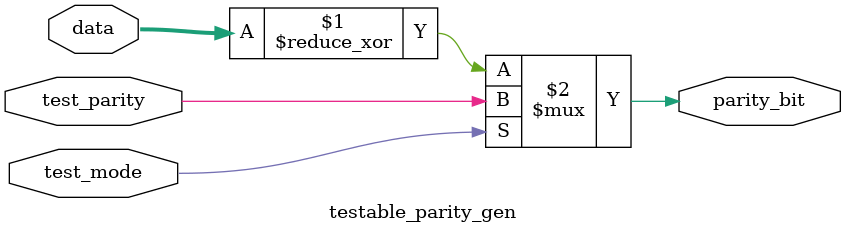
<source format=sv>
module testable_parity_gen(
  input [7:0] data,
  input test_mode,
  input test_parity,
  output parity_bit
);
  assign parity_bit = test_mode ? test_parity : ^data;
endmodule
</source>
